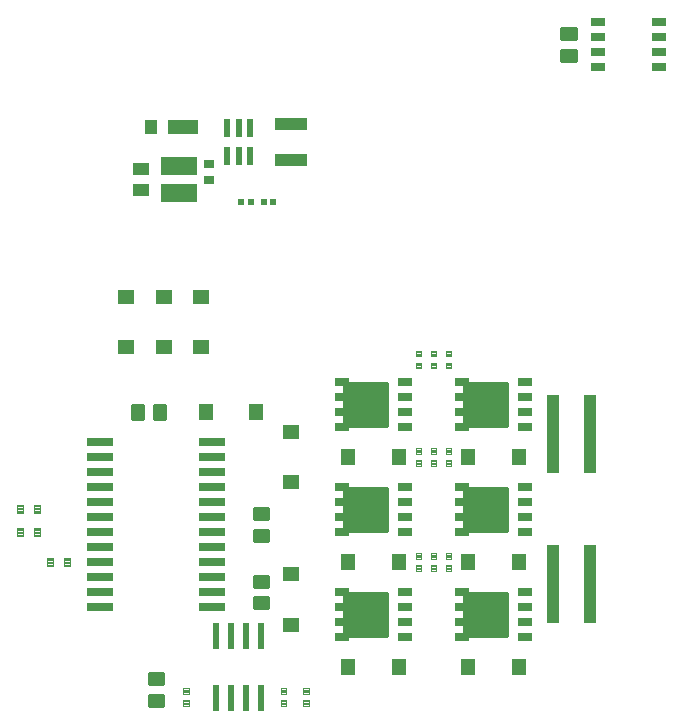
<source format=gtp>
G75*
%MOIN*%
%OFA0B0*%
%FSLAX25Y25*%
%IPPOS*%
%LPD*%
%AMOC8*
5,1,8,0,0,1.08239X$1,22.5*
%
%ADD10R,0.05000X0.02500*%
%ADD11C,0.01500*%
%ADD12R,0.03937X0.25984*%
%ADD13C,0.00472*%
%ADD14R,0.08858X0.02559*%
%ADD15C,0.00906*%
%ADD16R,0.05787X0.05000*%
%ADD17R,0.05000X0.05787*%
%ADD18R,0.02362X0.08661*%
%ADD19R,0.03800X0.02600*%
%ADD20R,0.10600X0.04400*%
%ADD21R,0.05700X0.04400*%
%ADD22R,0.09900X0.04900*%
%ADD23R,0.04200X0.04900*%
%ADD24R,0.12000X0.06000*%
%ADD25R,0.02200X0.02400*%
%ADD26R,0.02200X0.06200*%
%ADD27R,0.04500X0.03000*%
D10*
X0303333Y0057650D03*
X0303333Y0062650D03*
X0303333Y0067650D03*
X0303333Y0072650D03*
X0303333Y0092650D03*
X0303333Y0097650D03*
X0303333Y0102650D03*
X0303333Y0107650D03*
X0303333Y0127650D03*
X0303333Y0132650D03*
X0303333Y0137650D03*
X0303333Y0142650D03*
X0324333Y0142650D03*
X0324333Y0137650D03*
X0324333Y0132650D03*
X0324333Y0127650D03*
X0343333Y0127650D03*
X0343333Y0132650D03*
X0343333Y0137650D03*
X0343333Y0142650D03*
X0364333Y0142650D03*
X0364333Y0137650D03*
X0364333Y0132650D03*
X0364333Y0127650D03*
X0364333Y0107650D03*
X0364333Y0102650D03*
X0364333Y0097650D03*
X0364333Y0092650D03*
X0364333Y0072650D03*
X0364333Y0067650D03*
X0364333Y0062650D03*
X0364333Y0057650D03*
X0343333Y0057650D03*
X0343333Y0062650D03*
X0343333Y0067650D03*
X0343333Y0072650D03*
X0324333Y0072650D03*
X0324333Y0067650D03*
X0324333Y0062650D03*
X0324333Y0057650D03*
X0324333Y0092650D03*
X0324333Y0097650D03*
X0324333Y0102650D03*
X0324333Y0107650D03*
X0343333Y0107650D03*
X0343333Y0102650D03*
X0343333Y0097650D03*
X0343333Y0092650D03*
D11*
X0344383Y0093200D02*
X0344383Y0107100D01*
X0357883Y0107100D01*
X0357883Y0093200D01*
X0344383Y0093200D01*
X0344383Y0094699D02*
X0357883Y0094699D01*
X0357883Y0096198D02*
X0344383Y0096198D01*
X0344383Y0097697D02*
X0357883Y0097697D01*
X0357883Y0099196D02*
X0344383Y0099196D01*
X0344383Y0100695D02*
X0357883Y0100695D01*
X0357883Y0102194D02*
X0344383Y0102194D01*
X0344383Y0103693D02*
X0357883Y0103693D01*
X0357883Y0105192D02*
X0344383Y0105192D01*
X0344383Y0106691D02*
X0357883Y0106691D01*
X0344383Y0128200D02*
X0344383Y0142100D01*
X0357883Y0142100D01*
X0357883Y0128200D01*
X0344383Y0128200D01*
X0344383Y0129699D02*
X0357883Y0129699D01*
X0357883Y0131198D02*
X0344383Y0131198D01*
X0344383Y0132697D02*
X0357883Y0132697D01*
X0357883Y0134196D02*
X0344383Y0134196D01*
X0344383Y0135695D02*
X0357883Y0135695D01*
X0357883Y0137194D02*
X0344383Y0137194D01*
X0344383Y0138693D02*
X0357883Y0138693D01*
X0357883Y0140192D02*
X0344383Y0140192D01*
X0344383Y0141691D02*
X0357883Y0141691D01*
X0304383Y0142100D02*
X0304383Y0128200D01*
X0304383Y0142100D02*
X0317883Y0142100D01*
X0317883Y0128200D01*
X0304383Y0128200D01*
X0304383Y0129699D02*
X0317883Y0129699D01*
X0317883Y0131198D02*
X0304383Y0131198D01*
X0304383Y0132697D02*
X0317883Y0132697D01*
X0317883Y0134196D02*
X0304383Y0134196D01*
X0304383Y0135695D02*
X0317883Y0135695D01*
X0317883Y0137194D02*
X0304383Y0137194D01*
X0304383Y0138693D02*
X0317883Y0138693D01*
X0317883Y0140192D02*
X0304383Y0140192D01*
X0304383Y0141691D02*
X0317883Y0141691D01*
X0304383Y0107100D02*
X0304383Y0093200D01*
X0304383Y0107100D02*
X0317883Y0107100D01*
X0317883Y0093200D01*
X0304383Y0093200D01*
X0304383Y0094699D02*
X0317883Y0094699D01*
X0317883Y0096198D02*
X0304383Y0096198D01*
X0304383Y0097697D02*
X0317883Y0097697D01*
X0317883Y0099196D02*
X0304383Y0099196D01*
X0304383Y0100695D02*
X0317883Y0100695D01*
X0317883Y0102194D02*
X0304383Y0102194D01*
X0304383Y0103693D02*
X0317883Y0103693D01*
X0317883Y0105192D02*
X0304383Y0105192D01*
X0304383Y0106691D02*
X0317883Y0106691D01*
X0304383Y0072100D02*
X0304383Y0058200D01*
X0304383Y0072100D02*
X0317883Y0072100D01*
X0317883Y0058200D01*
X0304383Y0058200D01*
X0304383Y0059699D02*
X0317883Y0059699D01*
X0317883Y0061198D02*
X0304383Y0061198D01*
X0304383Y0062697D02*
X0317883Y0062697D01*
X0317883Y0064196D02*
X0304383Y0064196D01*
X0304383Y0065695D02*
X0317883Y0065695D01*
X0317883Y0067194D02*
X0304383Y0067194D01*
X0304383Y0068693D02*
X0317883Y0068693D01*
X0317883Y0070192D02*
X0304383Y0070192D01*
X0304383Y0071691D02*
X0317883Y0071691D01*
X0344383Y0072100D02*
X0344383Y0058200D01*
X0344383Y0072100D02*
X0357883Y0072100D01*
X0357883Y0058200D01*
X0344383Y0058200D01*
X0344383Y0059699D02*
X0357883Y0059699D01*
X0357883Y0061198D02*
X0344383Y0061198D01*
X0344383Y0062697D02*
X0357883Y0062697D01*
X0357883Y0064196D02*
X0344383Y0064196D01*
X0344383Y0065695D02*
X0357883Y0065695D01*
X0357883Y0067194D02*
X0344383Y0067194D01*
X0344383Y0068693D02*
X0357883Y0068693D01*
X0357883Y0070192D02*
X0344383Y0070192D01*
X0344383Y0071691D02*
X0357883Y0071691D01*
D12*
X0373534Y0075150D03*
X0386133Y0075150D03*
X0386133Y0125150D03*
X0373534Y0125150D03*
D13*
X0196865Y0091311D02*
X0194975Y0091311D01*
X0194975Y0093989D01*
X0196865Y0093989D01*
X0196865Y0091311D01*
X0196865Y0091782D02*
X0194975Y0091782D01*
X0194975Y0092253D02*
X0196865Y0092253D01*
X0196865Y0092724D02*
X0194975Y0092724D01*
X0194975Y0093195D02*
X0196865Y0093195D01*
X0196865Y0093666D02*
X0194975Y0093666D01*
X0200802Y0091311D02*
X0202692Y0091311D01*
X0200802Y0091311D02*
X0200802Y0093989D01*
X0202692Y0093989D01*
X0202692Y0091311D01*
X0202692Y0091782D02*
X0200802Y0091782D01*
X0200802Y0092253D02*
X0202692Y0092253D01*
X0202692Y0092724D02*
X0200802Y0092724D01*
X0200802Y0093195D02*
X0202692Y0093195D01*
X0202692Y0093666D02*
X0200802Y0093666D01*
X0200802Y0101489D02*
X0202692Y0101489D01*
X0202692Y0098811D01*
X0200802Y0098811D01*
X0200802Y0101489D01*
X0200802Y0099282D02*
X0202692Y0099282D01*
X0202692Y0099753D02*
X0200802Y0099753D01*
X0200802Y0100224D02*
X0202692Y0100224D01*
X0202692Y0100695D02*
X0200802Y0100695D01*
X0200802Y0101166D02*
X0202692Y0101166D01*
X0196865Y0101489D02*
X0194975Y0101489D01*
X0196865Y0101489D02*
X0196865Y0098811D01*
X0194975Y0098811D01*
X0194975Y0101489D01*
X0194975Y0099282D02*
X0196865Y0099282D01*
X0196865Y0099753D02*
X0194975Y0099753D01*
X0194975Y0100224D02*
X0196865Y0100224D01*
X0196865Y0100695D02*
X0194975Y0100695D01*
X0194975Y0101166D02*
X0196865Y0101166D01*
X0204975Y0083989D02*
X0206865Y0083989D01*
X0206865Y0081311D01*
X0204975Y0081311D01*
X0204975Y0083989D01*
X0204975Y0081782D02*
X0206865Y0081782D01*
X0206865Y0082253D02*
X0204975Y0082253D01*
X0204975Y0082724D02*
X0206865Y0082724D01*
X0206865Y0083195D02*
X0204975Y0083195D01*
X0204975Y0083666D02*
X0206865Y0083666D01*
X0210802Y0083989D02*
X0212692Y0083989D01*
X0212692Y0081311D01*
X0210802Y0081311D01*
X0210802Y0083989D01*
X0210802Y0081782D02*
X0212692Y0081782D01*
X0212692Y0082253D02*
X0210802Y0082253D01*
X0210802Y0082724D02*
X0212692Y0082724D01*
X0212692Y0083195D02*
X0210802Y0083195D01*
X0210802Y0083666D02*
X0212692Y0083666D01*
X0252278Y0040564D02*
X0252278Y0038674D01*
X0250388Y0038674D01*
X0250388Y0040564D01*
X0252278Y0040564D01*
X0252278Y0039145D02*
X0250388Y0039145D01*
X0250388Y0039616D02*
X0252278Y0039616D01*
X0252278Y0040087D02*
X0250388Y0040087D01*
X0250388Y0040558D02*
X0252278Y0040558D01*
X0252278Y0036626D02*
X0252278Y0034736D01*
X0250388Y0034736D01*
X0250388Y0036626D01*
X0252278Y0036626D01*
X0252278Y0035207D02*
X0250388Y0035207D01*
X0250388Y0035678D02*
X0252278Y0035678D01*
X0252278Y0036149D02*
X0250388Y0036149D01*
X0250388Y0036620D02*
X0252278Y0036620D01*
X0282888Y0036626D02*
X0282888Y0034736D01*
X0282888Y0036626D02*
X0284778Y0036626D01*
X0284778Y0034736D01*
X0282888Y0034736D01*
X0282888Y0035207D02*
X0284778Y0035207D01*
X0284778Y0035678D02*
X0282888Y0035678D01*
X0282888Y0036149D02*
X0284778Y0036149D01*
X0284778Y0036620D02*
X0282888Y0036620D01*
X0282888Y0038674D02*
X0282888Y0040564D01*
X0284778Y0040564D01*
X0284778Y0038674D01*
X0282888Y0038674D01*
X0282888Y0039145D02*
X0284778Y0039145D01*
X0284778Y0039616D02*
X0282888Y0039616D01*
X0282888Y0040087D02*
X0284778Y0040087D01*
X0284778Y0040558D02*
X0282888Y0040558D01*
X0292278Y0040564D02*
X0292278Y0038674D01*
X0290388Y0038674D01*
X0290388Y0040564D01*
X0292278Y0040564D01*
X0292278Y0039145D02*
X0290388Y0039145D01*
X0290388Y0039616D02*
X0292278Y0039616D01*
X0292278Y0040087D02*
X0290388Y0040087D01*
X0290388Y0040558D02*
X0292278Y0040558D01*
X0292278Y0036626D02*
X0292278Y0034736D01*
X0290388Y0034736D01*
X0290388Y0036626D01*
X0292278Y0036626D01*
X0292278Y0035207D02*
X0290388Y0035207D01*
X0290388Y0035678D02*
X0292278Y0035678D01*
X0292278Y0036149D02*
X0290388Y0036149D01*
X0290388Y0036620D02*
X0292278Y0036620D01*
X0327888Y0079736D02*
X0327888Y0081626D01*
X0329778Y0081626D01*
X0329778Y0079736D01*
X0327888Y0079736D01*
X0327888Y0080207D02*
X0329778Y0080207D01*
X0329778Y0080678D02*
X0327888Y0080678D01*
X0327888Y0081149D02*
X0329778Y0081149D01*
X0329778Y0081620D02*
X0327888Y0081620D01*
X0327888Y0083674D02*
X0327888Y0085564D01*
X0329778Y0085564D01*
X0329778Y0083674D01*
X0327888Y0083674D01*
X0327888Y0084145D02*
X0329778Y0084145D01*
X0329778Y0084616D02*
X0327888Y0084616D01*
X0327888Y0085087D02*
X0329778Y0085087D01*
X0329778Y0085558D02*
X0327888Y0085558D01*
X0332888Y0085564D02*
X0332888Y0083674D01*
X0332888Y0085564D02*
X0334778Y0085564D01*
X0334778Y0083674D01*
X0332888Y0083674D01*
X0332888Y0084145D02*
X0334778Y0084145D01*
X0334778Y0084616D02*
X0332888Y0084616D01*
X0332888Y0085087D02*
X0334778Y0085087D01*
X0334778Y0085558D02*
X0332888Y0085558D01*
X0332888Y0081626D02*
X0332888Y0079736D01*
X0332888Y0081626D02*
X0334778Y0081626D01*
X0334778Y0079736D01*
X0332888Y0079736D01*
X0332888Y0080207D02*
X0334778Y0080207D01*
X0334778Y0080678D02*
X0332888Y0080678D01*
X0332888Y0081149D02*
X0334778Y0081149D01*
X0334778Y0081620D02*
X0332888Y0081620D01*
X0337888Y0081626D02*
X0337888Y0079736D01*
X0337888Y0081626D02*
X0339778Y0081626D01*
X0339778Y0079736D01*
X0337888Y0079736D01*
X0337888Y0080207D02*
X0339778Y0080207D01*
X0339778Y0080678D02*
X0337888Y0080678D01*
X0337888Y0081149D02*
X0339778Y0081149D01*
X0339778Y0081620D02*
X0337888Y0081620D01*
X0337888Y0083674D02*
X0337888Y0085564D01*
X0339778Y0085564D01*
X0339778Y0083674D01*
X0337888Y0083674D01*
X0337888Y0084145D02*
X0339778Y0084145D01*
X0339778Y0084616D02*
X0337888Y0084616D01*
X0337888Y0085087D02*
X0339778Y0085087D01*
X0339778Y0085558D02*
X0337888Y0085558D01*
X0337888Y0114736D02*
X0337888Y0116626D01*
X0339778Y0116626D01*
X0339778Y0114736D01*
X0337888Y0114736D01*
X0337888Y0115207D02*
X0339778Y0115207D01*
X0339778Y0115678D02*
X0337888Y0115678D01*
X0337888Y0116149D02*
X0339778Y0116149D01*
X0339778Y0116620D02*
X0337888Y0116620D01*
X0337888Y0118674D02*
X0337888Y0120564D01*
X0339778Y0120564D01*
X0339778Y0118674D01*
X0337888Y0118674D01*
X0337888Y0119145D02*
X0339778Y0119145D01*
X0339778Y0119616D02*
X0337888Y0119616D01*
X0337888Y0120087D02*
X0339778Y0120087D01*
X0339778Y0120558D02*
X0337888Y0120558D01*
X0332888Y0120564D02*
X0332888Y0118674D01*
X0332888Y0120564D02*
X0334778Y0120564D01*
X0334778Y0118674D01*
X0332888Y0118674D01*
X0332888Y0119145D02*
X0334778Y0119145D01*
X0334778Y0119616D02*
X0332888Y0119616D01*
X0332888Y0120087D02*
X0334778Y0120087D01*
X0334778Y0120558D02*
X0332888Y0120558D01*
X0327888Y0120564D02*
X0327888Y0118674D01*
X0327888Y0120564D02*
X0329778Y0120564D01*
X0329778Y0118674D01*
X0327888Y0118674D01*
X0327888Y0119145D02*
X0329778Y0119145D01*
X0329778Y0119616D02*
X0327888Y0119616D01*
X0327888Y0120087D02*
X0329778Y0120087D01*
X0329778Y0120558D02*
X0327888Y0120558D01*
X0327888Y0116626D02*
X0327888Y0114736D01*
X0327888Y0116626D02*
X0329778Y0116626D01*
X0329778Y0114736D01*
X0327888Y0114736D01*
X0327888Y0115207D02*
X0329778Y0115207D01*
X0329778Y0115678D02*
X0327888Y0115678D01*
X0327888Y0116149D02*
X0329778Y0116149D01*
X0329778Y0116620D02*
X0327888Y0116620D01*
X0332888Y0116626D02*
X0332888Y0114736D01*
X0332888Y0116626D02*
X0334778Y0116626D01*
X0334778Y0114736D01*
X0332888Y0114736D01*
X0332888Y0115207D02*
X0334778Y0115207D01*
X0334778Y0115678D02*
X0332888Y0115678D01*
X0332888Y0116149D02*
X0334778Y0116149D01*
X0334778Y0116620D02*
X0332888Y0116620D01*
X0332888Y0147236D02*
X0332888Y0149126D01*
X0334778Y0149126D01*
X0334778Y0147236D01*
X0332888Y0147236D01*
X0332888Y0147707D02*
X0334778Y0147707D01*
X0334778Y0148178D02*
X0332888Y0148178D01*
X0332888Y0148649D02*
X0334778Y0148649D01*
X0334778Y0149120D02*
X0332888Y0149120D01*
X0332888Y0151174D02*
X0332888Y0153064D01*
X0334778Y0153064D01*
X0334778Y0151174D01*
X0332888Y0151174D01*
X0332888Y0151645D02*
X0334778Y0151645D01*
X0334778Y0152116D02*
X0332888Y0152116D01*
X0332888Y0152587D02*
X0334778Y0152587D01*
X0334778Y0153058D02*
X0332888Y0153058D01*
X0327888Y0153064D02*
X0327888Y0151174D01*
X0327888Y0153064D02*
X0329778Y0153064D01*
X0329778Y0151174D01*
X0327888Y0151174D01*
X0327888Y0151645D02*
X0329778Y0151645D01*
X0329778Y0152116D02*
X0327888Y0152116D01*
X0327888Y0152587D02*
X0329778Y0152587D01*
X0329778Y0153058D02*
X0327888Y0153058D01*
X0327888Y0149126D02*
X0327888Y0147236D01*
X0327888Y0149126D02*
X0329778Y0149126D01*
X0329778Y0147236D01*
X0327888Y0147236D01*
X0327888Y0147707D02*
X0329778Y0147707D01*
X0329778Y0148178D02*
X0327888Y0148178D01*
X0327888Y0148649D02*
X0329778Y0148649D01*
X0329778Y0149120D02*
X0327888Y0149120D01*
X0337888Y0149126D02*
X0337888Y0147236D01*
X0337888Y0149126D02*
X0339778Y0149126D01*
X0339778Y0147236D01*
X0337888Y0147236D01*
X0337888Y0147707D02*
X0339778Y0147707D01*
X0339778Y0148178D02*
X0337888Y0148178D01*
X0337888Y0148649D02*
X0339778Y0148649D01*
X0339778Y0149120D02*
X0337888Y0149120D01*
X0337888Y0151174D02*
X0337888Y0153064D01*
X0339778Y0153064D01*
X0339778Y0151174D01*
X0337888Y0151174D01*
X0337888Y0151645D02*
X0339778Y0151645D01*
X0339778Y0152116D02*
X0337888Y0152116D01*
X0337888Y0152587D02*
X0339778Y0152587D01*
X0339778Y0153058D02*
X0337888Y0153058D01*
D14*
X0260034Y0122650D03*
X0260034Y0117650D03*
X0260034Y0112650D03*
X0260034Y0107650D03*
X0260034Y0102650D03*
X0260034Y0097650D03*
X0260034Y0092650D03*
X0260034Y0087650D03*
X0260034Y0082650D03*
X0260034Y0077650D03*
X0260034Y0072650D03*
X0260034Y0067650D03*
X0222633Y0067650D03*
X0222633Y0072650D03*
X0222633Y0077650D03*
X0222633Y0082650D03*
X0222633Y0087650D03*
X0222633Y0092650D03*
X0222633Y0097650D03*
X0222633Y0102650D03*
X0222633Y0107650D03*
X0222633Y0112650D03*
X0222633Y0117650D03*
X0222633Y0122650D03*
D15*
X0237101Y0130249D02*
X0237101Y0135051D01*
X0237101Y0130249D02*
X0233479Y0130249D01*
X0233479Y0135051D01*
X0237101Y0135051D01*
X0237101Y0131154D02*
X0233479Y0131154D01*
X0233479Y0132059D02*
X0237101Y0132059D01*
X0237101Y0132964D02*
X0233479Y0132964D01*
X0233479Y0133869D02*
X0237101Y0133869D01*
X0237101Y0134774D02*
X0233479Y0134774D01*
X0244188Y0135051D02*
X0244188Y0130249D01*
X0240566Y0130249D01*
X0240566Y0135051D01*
X0244188Y0135051D01*
X0244188Y0131154D02*
X0240566Y0131154D01*
X0240566Y0132059D02*
X0244188Y0132059D01*
X0244188Y0132964D02*
X0240566Y0132964D01*
X0240566Y0133869D02*
X0244188Y0133869D01*
X0244188Y0134774D02*
X0240566Y0134774D01*
X0273932Y0100504D02*
X0278734Y0100504D01*
X0278734Y0096882D01*
X0273932Y0096882D01*
X0273932Y0100504D01*
X0273932Y0097787D02*
X0278734Y0097787D01*
X0278734Y0098692D02*
X0273932Y0098692D01*
X0273932Y0099597D02*
X0278734Y0099597D01*
X0278734Y0100502D02*
X0273932Y0100502D01*
X0273932Y0093418D02*
X0278734Y0093418D01*
X0278734Y0089796D01*
X0273932Y0089796D01*
X0273932Y0093418D01*
X0273932Y0090701D02*
X0278734Y0090701D01*
X0278734Y0091606D02*
X0273932Y0091606D01*
X0273932Y0092511D02*
X0278734Y0092511D01*
X0278734Y0093416D02*
X0273932Y0093416D01*
X0273932Y0078004D02*
X0278734Y0078004D01*
X0278734Y0074382D01*
X0273932Y0074382D01*
X0273932Y0078004D01*
X0273932Y0075287D02*
X0278734Y0075287D01*
X0278734Y0076192D02*
X0273932Y0076192D01*
X0273932Y0077097D02*
X0278734Y0077097D01*
X0278734Y0078002D02*
X0273932Y0078002D01*
X0273932Y0070918D02*
X0278734Y0070918D01*
X0278734Y0067296D01*
X0273932Y0067296D01*
X0273932Y0070918D01*
X0273932Y0068201D02*
X0278734Y0068201D01*
X0278734Y0069106D02*
X0273932Y0069106D01*
X0273932Y0070011D02*
X0278734Y0070011D01*
X0278734Y0070916D02*
X0273932Y0070916D01*
X0243734Y0041882D02*
X0238932Y0041882D01*
X0238932Y0045504D01*
X0243734Y0045504D01*
X0243734Y0041882D01*
X0243734Y0042787D02*
X0238932Y0042787D01*
X0238932Y0043692D02*
X0243734Y0043692D01*
X0243734Y0044597D02*
X0238932Y0044597D01*
X0238932Y0045502D02*
X0243734Y0045502D01*
X0243734Y0034796D02*
X0238932Y0034796D01*
X0238932Y0038418D01*
X0243734Y0038418D01*
X0243734Y0034796D01*
X0243734Y0035701D02*
X0238932Y0035701D01*
X0238932Y0036606D02*
X0243734Y0036606D01*
X0243734Y0037511D02*
X0238932Y0037511D01*
X0238932Y0038416D02*
X0243734Y0038416D01*
X0376432Y0249796D02*
X0381234Y0249796D01*
X0376432Y0249796D02*
X0376432Y0253418D01*
X0381234Y0253418D01*
X0381234Y0249796D01*
X0381234Y0250701D02*
X0376432Y0250701D01*
X0376432Y0251606D02*
X0381234Y0251606D01*
X0381234Y0252511D02*
X0376432Y0252511D01*
X0376432Y0253416D02*
X0381234Y0253416D01*
X0381234Y0256882D02*
X0376432Y0256882D01*
X0376432Y0260504D01*
X0381234Y0260504D01*
X0381234Y0256882D01*
X0381234Y0257787D02*
X0376432Y0257787D01*
X0376432Y0258692D02*
X0381234Y0258692D01*
X0381234Y0259597D02*
X0376432Y0259597D01*
X0376432Y0260502D02*
X0381234Y0260502D01*
D16*
X0256333Y0171115D03*
X0243833Y0171115D03*
X0231333Y0171115D03*
X0231333Y0154185D03*
X0243833Y0154185D03*
X0256333Y0154185D03*
X0286333Y0126115D03*
X0286333Y0109185D03*
X0286333Y0078615D03*
X0286333Y0061685D03*
D17*
X0305369Y0047650D03*
X0322298Y0047650D03*
X0345369Y0047650D03*
X0362298Y0047650D03*
X0362298Y0082650D03*
X0345369Y0082650D03*
X0322298Y0082650D03*
X0305369Y0082650D03*
X0305369Y0117650D03*
X0322298Y0117650D03*
X0345369Y0117650D03*
X0362298Y0117650D03*
X0274798Y0132650D03*
X0257869Y0132650D03*
D18*
X0261333Y0057886D03*
X0266333Y0057886D03*
X0271333Y0057886D03*
X0276333Y0057886D03*
X0276333Y0037414D03*
X0271333Y0037414D03*
X0266333Y0037414D03*
X0261333Y0037414D03*
D19*
X0258833Y0209900D03*
X0258833Y0215400D03*
D20*
X0286333Y0216750D03*
X0286333Y0228550D03*
D21*
X0236333Y0213700D03*
X0236333Y0206600D03*
D22*
X0250283Y0227650D03*
D23*
X0239533Y0227650D03*
D24*
X0248833Y0214650D03*
X0248833Y0205650D03*
D25*
X0269683Y0202650D03*
X0272983Y0202650D03*
X0277183Y0202650D03*
X0280483Y0202650D03*
D26*
X0272574Y0218050D03*
X0268833Y0218050D03*
X0265093Y0218050D03*
X0265093Y0227250D03*
X0268833Y0227250D03*
X0272574Y0227250D03*
D27*
X0388583Y0247650D03*
X0388583Y0252650D03*
X0388583Y0257650D03*
X0388583Y0262650D03*
X0409083Y0262650D03*
X0409083Y0257650D03*
X0409083Y0252650D03*
X0409083Y0247650D03*
M02*

</source>
